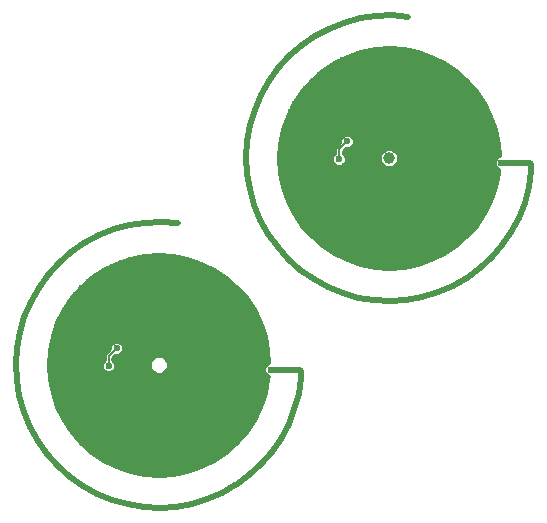
<source format=gbl>
G04 #@! TF.GenerationSoftware,KiCad,Pcbnew,5.0.2-bee76a0~70~ubuntu18.04.1*
G04 #@! TF.CreationDate,2019-09-04T02:04:56+02:00*
G04 #@! TF.ProjectId,upper_Sensor,75707065-725f-4536-956e-736f722e6b69,rev?*
G04 #@! TF.SameCoordinates,Original*
G04 #@! TF.FileFunction,Copper,L2,Bot*
G04 #@! TF.FilePolarity,Positive*
%FSLAX46Y46*%
G04 Gerber Fmt 4.6, Leading zero omitted, Abs format (unit mm)*
G04 Created by KiCad (PCBNEW 5.0.2-bee76a0~70~ubuntu18.04.1) date Mi 04 Sep 2019 02:04:56 CEST*
%MOMM*%
%LPD*%
G01*
G04 APERTURE LIST*
G04 #@! TA.AperFunction,WasherPad*
%ADD10C,1.000000*%
G04 #@! TD*
G04 #@! TA.AperFunction,ViaPad*
%ADD11C,0.600000*%
G04 #@! TD*
G04 #@! TA.AperFunction,Conductor*
%ADD12C,0.130000*%
G04 #@! TD*
G04 #@! TA.AperFunction,Conductor*
%ADD13C,0.500000*%
G04 #@! TD*
G04 #@! TA.AperFunction,Conductor*
%ADD14C,0.254000*%
G04 #@! TD*
G04 #@! TA.AperFunction,NonConductor*
%ADD15C,0.254000*%
G04 #@! TD*
G04 APERTURE END LIST*
D10*
G04 #@! TO.P,REF\002A\002A,*
G04 #@! TO.N,*
X129500000Y-62500000D03*
G04 #@! TD*
D11*
G04 #@! TO.N,*
X106434456Y-78585544D03*
X105756705Y-80085010D03*
X120384824Y-61702526D03*
X125934456Y-61085544D03*
X125256705Y-62585010D03*
X131800000Y-61700000D03*
X134300000Y-63000000D03*
X125633044Y-54207289D03*
X136509303Y-56618495D03*
X135381506Y-69509305D03*
X135970026Y-68970025D03*
X123618496Y-55490698D03*
X124925002Y-54575873D03*
X126370516Y-53901818D03*
X127131808Y-71338215D03*
X127911121Y-71510984D03*
X125800000Y-63200000D03*
X130297474Y-53384822D03*
X127911119Y-53489014D03*
X138615178Y-61702524D03*
X120901817Y-59370518D03*
X133366955Y-54207287D03*
X122004763Y-57251779D03*
X134748224Y-69995240D03*
X136995239Y-67748223D03*
X136509305Y-68381505D03*
X134748222Y-55004762D03*
X135970024Y-56029975D03*
X128702526Y-71615174D03*
X138338219Y-64868193D03*
X134075000Y-70424131D03*
X133366957Y-70792715D03*
X129500000Y-71650000D03*
X137800000Y-63900000D03*
X120661783Y-60131808D03*
X120489014Y-60911121D03*
X125633047Y-70792710D03*
X126370519Y-71098181D03*
X136995237Y-57251777D03*
X135381504Y-55490696D03*
X132629484Y-71098186D03*
X122490697Y-56618497D03*
X121207288Y-58633046D03*
X138510989Y-64088880D03*
X124251781Y-69995236D03*
X122490700Y-68381503D03*
X137424130Y-67074999D03*
X131088881Y-71510990D03*
X138510987Y-60911119D03*
X123029976Y-56029977D03*
X121575872Y-57925003D03*
X124925005Y-70424127D03*
X124251778Y-55004764D03*
X138200000Y-62200000D03*
X136400000Y-61300000D03*
X136400000Y-64300000D03*
X137000000Y-63900000D03*
X124420000Y-61590000D03*
X137700000Y-61100000D03*
X122004766Y-67748221D03*
X121207291Y-66366955D03*
X123029979Y-68970023D03*
X124160000Y-62740000D03*
X137424128Y-57925001D03*
X131088880Y-53489012D03*
X132629483Y-53901816D03*
X137792714Y-66366956D03*
X138098185Y-65629483D03*
X138338217Y-60131806D03*
X127131806Y-53661784D03*
X128702524Y-53384823D03*
X129499999Y-53350004D03*
X121575875Y-67074997D03*
X120901820Y-65629483D03*
X134074998Y-54575871D03*
X131868193Y-53661782D03*
X123618499Y-69509302D03*
X127200000Y-61200000D03*
X130297475Y-71615181D03*
X131868194Y-71338220D03*
X138098183Y-59370516D03*
X137792712Y-58633044D03*
X138991760Y-62903700D03*
X134074998Y-54575871D03*
G04 #@! TO.N,GNDD*
X110797475Y-89115181D03*
X111588881Y-89010990D03*
X112368194Y-88838220D03*
X113129484Y-88598186D03*
X115248224Y-87495240D03*
X115881506Y-87009305D03*
X116470026Y-86470025D03*
X114575000Y-87924131D03*
X113866957Y-88292715D03*
X117924130Y-84574999D03*
X118292714Y-83866956D03*
X118598185Y-83129483D03*
X117495239Y-85248223D03*
X117009305Y-85881505D03*
X118598183Y-76870516D03*
X118292712Y-76133044D03*
X117924128Y-75425001D03*
X118838217Y-77631806D03*
X119010987Y-78411119D03*
X117495237Y-74751777D03*
X115881504Y-72990696D03*
X115248222Y-72504762D03*
X116470024Y-73529975D03*
X117009303Y-74118495D03*
X114574998Y-72075871D03*
X112368193Y-71161782D03*
X111588880Y-70989012D03*
X113129483Y-71401816D03*
X113866955Y-71707287D03*
X110797474Y-70884822D03*
X108411119Y-70989014D03*
X107631806Y-71161784D03*
X109202524Y-70884823D03*
X109999999Y-70850004D03*
X106870516Y-71401818D03*
X104751778Y-72504764D03*
X104118496Y-72990698D03*
X105425002Y-72075873D03*
X106133044Y-71707289D03*
X102504763Y-74751779D03*
X103529976Y-73529977D03*
X102075872Y-75425003D03*
X102990697Y-74118497D03*
X101707288Y-76133046D03*
X102075875Y-84574997D03*
X101401820Y-83129483D03*
X102504766Y-85248221D03*
X101707291Y-83866955D03*
X102990700Y-85881503D03*
X104751781Y-87495236D03*
X103529979Y-86470023D03*
X105425005Y-87924127D03*
X104118499Y-87009302D03*
X106133047Y-88292710D03*
X106870519Y-88598181D03*
X107631808Y-88838215D03*
X108411121Y-89010984D03*
X109202526Y-89115174D03*
X118838219Y-82368193D03*
X119010989Y-81588880D03*
X119115178Y-79202524D03*
X101401817Y-76870518D03*
X101161783Y-77631808D03*
X100989014Y-78411121D03*
X100884824Y-79202526D03*
X110000000Y-89150000D03*
X118300000Y-81400000D03*
X118200000Y-78600000D03*
X112300000Y-79200000D03*
X114800000Y-80500000D03*
X106300000Y-80700000D03*
X107700000Y-78700000D03*
X116900000Y-78800000D03*
X117500000Y-81400000D03*
X118700000Y-79700000D03*
X116900000Y-81800000D03*
X104660000Y-80240000D03*
X104920000Y-79090000D03*
G04 #@! TO.N,RF_ANT*
X119491760Y-80403700D03*
G04 #@! TD*
D12*
G04 #@! TO.N,*
X105756705Y-79660746D02*
X105756705Y-80085010D01*
X105756705Y-79263295D02*
X105756705Y-79660746D01*
X106434456Y-78585544D02*
X105756705Y-79263295D01*
X125256705Y-61763295D02*
X125256705Y-62160746D01*
X125934456Y-61085544D02*
X125256705Y-61763295D01*
X125256705Y-62160746D02*
X125256705Y-62585010D01*
D13*
X124309975Y-73415264D02*
X123110272Y-72759177D01*
X120970503Y-71063120D02*
X120057846Y-70044871D01*
X129729084Y-50415842D02*
X131092570Y-50519054D01*
X119330949Y-55967789D02*
X120133873Y-54860954D01*
X140985263Y-66264049D02*
X140486591Y-67537275D01*
X138181263Y-70909222D02*
X137175836Y-71835999D01*
X139847301Y-68746015D02*
X139075560Y-69874821D01*
X125576115Y-73931644D02*
X124309975Y-73415264D01*
X128242229Y-74520705D02*
X126892489Y-74301704D01*
X141400000Y-62900000D02*
X141555115Y-63055116D01*
X132318137Y-74253189D02*
X130972529Y-74496291D01*
X134884387Y-73320709D02*
X133627680Y-73859649D01*
X118124197Y-58417052D02*
X118658188Y-57158234D01*
X140486591Y-67537275D02*
X139847301Y-68746015D01*
X125690786Y-51029636D02*
X127010802Y-50672774D01*
X118658188Y-57158234D02*
X119330949Y-55967789D01*
X118083879Y-66468821D02*
X117708647Y-65153933D01*
X117484335Y-63805055D02*
X117413822Y-62439489D01*
X139075560Y-69874821D02*
X138181263Y-70909222D01*
X120133873Y-54860954D02*
X121056681Y-53851893D01*
X127010802Y-50672774D02*
X128362664Y-50467302D01*
X121056681Y-53851893D02*
X122087558Y-52953531D01*
X124419532Y-51533312D02*
X125690786Y-51029636D01*
X123213310Y-52177359D02*
X124419532Y-51533312D01*
X141537079Y-63589981D02*
X141336925Y-64942645D01*
X141336925Y-64942645D02*
X140985263Y-66264049D01*
X117498006Y-61074696D02*
X117735812Y-59728138D01*
X137175836Y-71835999D02*
X136072173Y-72643268D01*
X120057846Y-70044871D02*
X119266049Y-68930055D01*
X117708647Y-65153933D02*
X117484335Y-63805055D01*
X117413822Y-62439489D02*
X117498006Y-61074696D01*
X126892489Y-74301704D02*
X125576115Y-73931644D01*
X138990000Y-62900000D02*
X141400000Y-62900000D01*
X122087558Y-52953531D02*
X123213310Y-52177359D01*
X133627680Y-73859649D02*
X132318137Y-74253189D01*
X118605241Y-67732933D02*
X118083879Y-66468821D01*
X135962108Y-72706043D02*
X134884387Y-73320709D01*
X119266049Y-68930055D02*
X118605241Y-67732933D01*
X141555115Y-63055116D02*
X141537079Y-63589981D01*
X123110272Y-72759177D02*
X121992339Y-71971767D01*
X117735812Y-59728138D02*
X118124197Y-58417052D01*
X121992339Y-71971767D02*
X120970503Y-71063120D01*
X136072173Y-72643268D02*
X135962108Y-72706043D01*
X130972529Y-74496291D02*
X129608076Y-74585845D01*
X128362664Y-50467302D02*
X129729084Y-50415842D01*
X129608076Y-74585845D02*
X128242229Y-74520705D01*
G04 #@! TO.N,RF_ANT*
X107510802Y-68172774D02*
X108862664Y-67967302D01*
X104919532Y-69033312D02*
X106190786Y-68529636D01*
X103713310Y-69677359D02*
X104919532Y-69033312D01*
X101556681Y-71351893D02*
X102587558Y-70453531D01*
X100633873Y-72360954D02*
X101556681Y-71351893D01*
X99830949Y-73467789D02*
X100633873Y-72360954D01*
X121485263Y-83764049D02*
X120986591Y-85037275D01*
X106190786Y-68529636D02*
X107510802Y-68172774D01*
X116572173Y-90143268D02*
X116462108Y-90206043D01*
X118681263Y-88409222D02*
X117675836Y-89335999D01*
X120347301Y-86246015D02*
X119575560Y-87374821D01*
X115384387Y-90820709D02*
X114127680Y-91359649D01*
X103610272Y-90259177D02*
X102492339Y-89471767D01*
X108862664Y-67967302D02*
X110229084Y-67915842D01*
X107392489Y-91801704D02*
X106076115Y-91431644D01*
X119490000Y-80400000D02*
X121900000Y-80400000D01*
X99105241Y-85232933D02*
X98583879Y-83968821D01*
X116462108Y-90206043D02*
X115384387Y-90820709D01*
X110108076Y-92085845D02*
X108742229Y-92020705D01*
X121836925Y-82442645D02*
X121485263Y-83764049D01*
X97998006Y-78574696D02*
X98235812Y-77228138D01*
X117675836Y-89335999D02*
X116572173Y-90143268D01*
X98624197Y-75917052D02*
X99158188Y-74658234D01*
X120986591Y-85037275D02*
X120347301Y-86246015D01*
X99766049Y-86430055D02*
X99105241Y-85232933D01*
X112818137Y-91753189D02*
X111472529Y-91996291D01*
X122055115Y-80555116D02*
X122037079Y-81089981D01*
X111472529Y-91996291D02*
X110108076Y-92085845D01*
X106076115Y-91431644D02*
X104809975Y-90915264D01*
X108742229Y-92020705D02*
X107392489Y-91801704D01*
X119575560Y-87374821D02*
X118681263Y-88409222D01*
X104809975Y-90915264D02*
X103610272Y-90259177D01*
X101470503Y-88563120D02*
X100557846Y-87544871D01*
X110229084Y-67915842D02*
X111592570Y-68019054D01*
X98235812Y-77228138D02*
X98624197Y-75917052D01*
X102492339Y-89471767D02*
X101470503Y-88563120D01*
X121900000Y-80400000D02*
X122055115Y-80555116D01*
X122037079Y-81089981D02*
X121836925Y-82442645D01*
X100557846Y-87544871D02*
X99766049Y-86430055D01*
X98208647Y-82653933D02*
X97984335Y-81305055D01*
X98583879Y-83968821D02*
X98208647Y-82653933D01*
X97984335Y-81305055D02*
X97913822Y-79939489D01*
X97913822Y-79939489D02*
X97998006Y-78574696D01*
X102587558Y-70453531D02*
X103713310Y-69677359D01*
X114127680Y-91359649D02*
X112818137Y-91753189D01*
X99158188Y-74658234D02*
X99830949Y-73467789D01*
G04 #@! TD*
D14*
G04 #@! TO.N,GNDD*
G36*
X111223385Y-70707457D02*
X112425842Y-70946641D01*
X113586785Y-71340728D01*
X114686365Y-71882981D01*
X115705754Y-72564114D01*
X116627519Y-73372481D01*
X117435886Y-74294246D01*
X118117019Y-75313635D01*
X118659272Y-76413215D01*
X119053359Y-77574158D01*
X119292543Y-78776615D01*
X119363163Y-79854074D01*
X119176245Y-79931498D01*
X119019558Y-80088185D01*
X118934760Y-80292906D01*
X118934760Y-80514494D01*
X119019558Y-80719215D01*
X119176245Y-80875902D01*
X119311642Y-80931985D01*
X119292543Y-81223385D01*
X119053359Y-82425842D01*
X118659272Y-83586785D01*
X118117019Y-84686365D01*
X117435886Y-85705754D01*
X116627519Y-86627519D01*
X115705754Y-87435886D01*
X114686365Y-88117019D01*
X113586785Y-88659272D01*
X112425842Y-89053359D01*
X111223385Y-89292543D01*
X110000000Y-89372728D01*
X108776615Y-89292543D01*
X107574158Y-89053359D01*
X106413215Y-88659272D01*
X105313635Y-88117019D01*
X104294246Y-87435886D01*
X103372481Y-86627519D01*
X102564114Y-85705754D01*
X101882981Y-84686365D01*
X101340728Y-83586785D01*
X100946641Y-82425842D01*
X100707457Y-81223385D01*
X100627272Y-80000000D01*
X100628961Y-79974216D01*
X105199705Y-79974216D01*
X105199705Y-80195804D01*
X105284503Y-80400525D01*
X105441190Y-80557212D01*
X105645911Y-80642010D01*
X105867499Y-80642010D01*
X106072220Y-80557212D01*
X106228907Y-80400525D01*
X106313705Y-80195804D01*
X106313705Y-79974216D01*
X106262015Y-79849423D01*
X109243000Y-79849423D01*
X109243000Y-80150577D01*
X109358246Y-80428806D01*
X109571194Y-80641754D01*
X109849423Y-80757000D01*
X110150577Y-80757000D01*
X110428806Y-80641754D01*
X110641754Y-80428806D01*
X110757000Y-80150577D01*
X110757000Y-79849423D01*
X110641754Y-79571194D01*
X110428806Y-79358246D01*
X110150577Y-79243000D01*
X109849423Y-79243000D01*
X109571194Y-79358246D01*
X109358246Y-79571194D01*
X109243000Y-79849423D01*
X106262015Y-79849423D01*
X106228907Y-79769495D01*
X106078705Y-79619293D01*
X106078705Y-79396671D01*
X106332833Y-79142544D01*
X106545250Y-79142544D01*
X106749971Y-79057746D01*
X106906658Y-78901059D01*
X106991456Y-78696338D01*
X106991456Y-78474750D01*
X106906658Y-78270029D01*
X106749971Y-78113342D01*
X106545250Y-78028544D01*
X106323662Y-78028544D01*
X106118941Y-78113342D01*
X105962254Y-78270029D01*
X105877456Y-78474750D01*
X105877456Y-78687167D01*
X105551443Y-79013180D01*
X105524556Y-79031146D01*
X105453388Y-79137658D01*
X105441033Y-79199773D01*
X105428397Y-79263295D01*
X105434705Y-79295006D01*
X105434705Y-79619293D01*
X105284503Y-79769495D01*
X105199705Y-79974216D01*
X100628961Y-79974216D01*
X100707457Y-78776615D01*
X100946641Y-77574158D01*
X101340728Y-76413215D01*
X101882981Y-75313635D01*
X102564114Y-74294246D01*
X103372481Y-73372481D01*
X104294246Y-72564114D01*
X105313635Y-71882981D01*
X106413215Y-71340728D01*
X107574158Y-70946641D01*
X108776615Y-70707457D01*
X110000000Y-70627272D01*
X111223385Y-70707457D01*
X111223385Y-70707457D01*
G37*
X111223385Y-70707457D02*
X112425842Y-70946641D01*
X113586785Y-71340728D01*
X114686365Y-71882981D01*
X115705754Y-72564114D01*
X116627519Y-73372481D01*
X117435886Y-74294246D01*
X118117019Y-75313635D01*
X118659272Y-76413215D01*
X119053359Y-77574158D01*
X119292543Y-78776615D01*
X119363163Y-79854074D01*
X119176245Y-79931498D01*
X119019558Y-80088185D01*
X118934760Y-80292906D01*
X118934760Y-80514494D01*
X119019558Y-80719215D01*
X119176245Y-80875902D01*
X119311642Y-80931985D01*
X119292543Y-81223385D01*
X119053359Y-82425842D01*
X118659272Y-83586785D01*
X118117019Y-84686365D01*
X117435886Y-85705754D01*
X116627519Y-86627519D01*
X115705754Y-87435886D01*
X114686365Y-88117019D01*
X113586785Y-88659272D01*
X112425842Y-89053359D01*
X111223385Y-89292543D01*
X110000000Y-89372728D01*
X108776615Y-89292543D01*
X107574158Y-89053359D01*
X106413215Y-88659272D01*
X105313635Y-88117019D01*
X104294246Y-87435886D01*
X103372481Y-86627519D01*
X102564114Y-85705754D01*
X101882981Y-84686365D01*
X101340728Y-83586785D01*
X100946641Y-82425842D01*
X100707457Y-81223385D01*
X100627272Y-80000000D01*
X100628961Y-79974216D01*
X105199705Y-79974216D01*
X105199705Y-80195804D01*
X105284503Y-80400525D01*
X105441190Y-80557212D01*
X105645911Y-80642010D01*
X105867499Y-80642010D01*
X106072220Y-80557212D01*
X106228907Y-80400525D01*
X106313705Y-80195804D01*
X106313705Y-79974216D01*
X106262015Y-79849423D01*
X109243000Y-79849423D01*
X109243000Y-80150577D01*
X109358246Y-80428806D01*
X109571194Y-80641754D01*
X109849423Y-80757000D01*
X110150577Y-80757000D01*
X110428806Y-80641754D01*
X110641754Y-80428806D01*
X110757000Y-80150577D01*
X110757000Y-79849423D01*
X110641754Y-79571194D01*
X110428806Y-79358246D01*
X110150577Y-79243000D01*
X109849423Y-79243000D01*
X109571194Y-79358246D01*
X109358246Y-79571194D01*
X109243000Y-79849423D01*
X106262015Y-79849423D01*
X106228907Y-79769495D01*
X106078705Y-79619293D01*
X106078705Y-79396671D01*
X106332833Y-79142544D01*
X106545250Y-79142544D01*
X106749971Y-79057746D01*
X106906658Y-78901059D01*
X106991456Y-78696338D01*
X106991456Y-78474750D01*
X106906658Y-78270029D01*
X106749971Y-78113342D01*
X106545250Y-78028544D01*
X106323662Y-78028544D01*
X106118941Y-78113342D01*
X105962254Y-78270029D01*
X105877456Y-78474750D01*
X105877456Y-78687167D01*
X105551443Y-79013180D01*
X105524556Y-79031146D01*
X105453388Y-79137658D01*
X105441033Y-79199773D01*
X105428397Y-79263295D01*
X105434705Y-79295006D01*
X105434705Y-79619293D01*
X105284503Y-79769495D01*
X105199705Y-79974216D01*
X100628961Y-79974216D01*
X100707457Y-78776615D01*
X100946641Y-77574158D01*
X101340728Y-76413215D01*
X101882981Y-75313635D01*
X102564114Y-74294246D01*
X103372481Y-73372481D01*
X104294246Y-72564114D01*
X105313635Y-71882981D01*
X106413215Y-71340728D01*
X107574158Y-70946641D01*
X108776615Y-70707457D01*
X110000000Y-70627272D01*
X111223385Y-70707457D01*
D15*
G36*
X130723385Y-53207457D02*
X131925842Y-53446641D01*
X133086785Y-53840728D01*
X134186365Y-54382981D01*
X135205754Y-55064114D01*
X136127519Y-55872481D01*
X136935886Y-56794246D01*
X137617019Y-57813635D01*
X138159272Y-58913215D01*
X138553359Y-60074158D01*
X138792543Y-61276615D01*
X138863163Y-62354074D01*
X138676245Y-62431498D01*
X138519558Y-62588185D01*
X138434760Y-62792906D01*
X138434760Y-63014494D01*
X138519558Y-63219215D01*
X138676245Y-63375902D01*
X138811642Y-63431985D01*
X138792543Y-63723385D01*
X138553359Y-64925842D01*
X138159272Y-66086785D01*
X137617019Y-67186365D01*
X136935886Y-68205754D01*
X136127519Y-69127519D01*
X135205754Y-69935886D01*
X134186365Y-70617019D01*
X133086785Y-71159272D01*
X131925842Y-71553359D01*
X130723385Y-71792543D01*
X129500000Y-71872728D01*
X128276615Y-71792543D01*
X127074158Y-71553359D01*
X125913215Y-71159272D01*
X124813635Y-70617019D01*
X123794246Y-69935886D01*
X122872481Y-69127519D01*
X122064114Y-68205754D01*
X121382981Y-67186365D01*
X120840728Y-66086785D01*
X120446641Y-64925842D01*
X120207457Y-63723385D01*
X120127272Y-62500000D01*
X120128961Y-62474216D01*
X124699705Y-62474216D01*
X124699705Y-62695804D01*
X124784503Y-62900525D01*
X124941190Y-63057212D01*
X125145911Y-63142010D01*
X125367499Y-63142010D01*
X125572220Y-63057212D01*
X125728907Y-62900525D01*
X125813705Y-62695804D01*
X125813705Y-62474216D01*
X125762015Y-62349423D01*
X128743000Y-62349423D01*
X128743000Y-62650577D01*
X128858246Y-62928806D01*
X129071194Y-63141754D01*
X129349423Y-63257000D01*
X129650577Y-63257000D01*
X129928806Y-63141754D01*
X130141754Y-62928806D01*
X130257000Y-62650577D01*
X130257000Y-62349423D01*
X130141754Y-62071194D01*
X129928806Y-61858246D01*
X129650577Y-61743000D01*
X129349423Y-61743000D01*
X129071194Y-61858246D01*
X128858246Y-62071194D01*
X128743000Y-62349423D01*
X125762015Y-62349423D01*
X125728907Y-62269495D01*
X125578705Y-62119293D01*
X125578705Y-61896671D01*
X125832833Y-61642544D01*
X126045250Y-61642544D01*
X126249971Y-61557746D01*
X126406658Y-61401059D01*
X126491456Y-61196338D01*
X126491456Y-60974750D01*
X126406658Y-60770029D01*
X126249971Y-60613342D01*
X126045250Y-60528544D01*
X125823662Y-60528544D01*
X125618941Y-60613342D01*
X125462254Y-60770029D01*
X125377456Y-60974750D01*
X125377456Y-61187167D01*
X125051443Y-61513180D01*
X125024556Y-61531146D01*
X124953388Y-61637658D01*
X124941033Y-61699773D01*
X124928397Y-61763295D01*
X124934705Y-61795006D01*
X124934705Y-62119293D01*
X124784503Y-62269495D01*
X124699705Y-62474216D01*
X120128961Y-62474216D01*
X120207457Y-61276615D01*
X120446641Y-60074158D01*
X120840728Y-58913215D01*
X121382981Y-57813635D01*
X122064114Y-56794246D01*
X122872481Y-55872481D01*
X123794246Y-55064114D01*
X124813635Y-54382981D01*
X125913215Y-53840728D01*
X127074158Y-53446641D01*
X128276615Y-53207457D01*
X129500000Y-53127272D01*
X130723385Y-53207457D01*
X130723385Y-53207457D01*
G37*
X130723385Y-53207457D02*
X131925842Y-53446641D01*
X133086785Y-53840728D01*
X134186365Y-54382981D01*
X135205754Y-55064114D01*
X136127519Y-55872481D01*
X136935886Y-56794246D01*
X137617019Y-57813635D01*
X138159272Y-58913215D01*
X138553359Y-60074158D01*
X138792543Y-61276615D01*
X138863163Y-62354074D01*
X138676245Y-62431498D01*
X138519558Y-62588185D01*
X138434760Y-62792906D01*
X138434760Y-63014494D01*
X138519558Y-63219215D01*
X138676245Y-63375902D01*
X138811642Y-63431985D01*
X138792543Y-63723385D01*
X138553359Y-64925842D01*
X138159272Y-66086785D01*
X137617019Y-67186365D01*
X136935886Y-68205754D01*
X136127519Y-69127519D01*
X135205754Y-69935886D01*
X134186365Y-70617019D01*
X133086785Y-71159272D01*
X131925842Y-71553359D01*
X130723385Y-71792543D01*
X129500000Y-71872728D01*
X128276615Y-71792543D01*
X127074158Y-71553359D01*
X125913215Y-71159272D01*
X124813635Y-70617019D01*
X123794246Y-69935886D01*
X122872481Y-69127519D01*
X122064114Y-68205754D01*
X121382981Y-67186365D01*
X120840728Y-66086785D01*
X120446641Y-64925842D01*
X120207457Y-63723385D01*
X120127272Y-62500000D01*
X120128961Y-62474216D01*
X124699705Y-62474216D01*
X124699705Y-62695804D01*
X124784503Y-62900525D01*
X124941190Y-63057212D01*
X125145911Y-63142010D01*
X125367499Y-63142010D01*
X125572220Y-63057212D01*
X125728907Y-62900525D01*
X125813705Y-62695804D01*
X125813705Y-62474216D01*
X125762015Y-62349423D01*
X128743000Y-62349423D01*
X128743000Y-62650577D01*
X128858246Y-62928806D01*
X129071194Y-63141754D01*
X129349423Y-63257000D01*
X129650577Y-63257000D01*
X129928806Y-63141754D01*
X130141754Y-62928806D01*
X130257000Y-62650577D01*
X130257000Y-62349423D01*
X130141754Y-62071194D01*
X129928806Y-61858246D01*
X129650577Y-61743000D01*
X129349423Y-61743000D01*
X129071194Y-61858246D01*
X128858246Y-62071194D01*
X128743000Y-62349423D01*
X125762015Y-62349423D01*
X125728907Y-62269495D01*
X125578705Y-62119293D01*
X125578705Y-61896671D01*
X125832833Y-61642544D01*
X126045250Y-61642544D01*
X126249971Y-61557746D01*
X126406658Y-61401059D01*
X126491456Y-61196338D01*
X126491456Y-60974750D01*
X126406658Y-60770029D01*
X126249971Y-60613342D01*
X126045250Y-60528544D01*
X125823662Y-60528544D01*
X125618941Y-60613342D01*
X125462254Y-60770029D01*
X125377456Y-60974750D01*
X125377456Y-61187167D01*
X125051443Y-61513180D01*
X125024556Y-61531146D01*
X124953388Y-61637658D01*
X124941033Y-61699773D01*
X124928397Y-61763295D01*
X124934705Y-61795006D01*
X124934705Y-62119293D01*
X124784503Y-62269495D01*
X124699705Y-62474216D01*
X120128961Y-62474216D01*
X120207457Y-61276615D01*
X120446641Y-60074158D01*
X120840728Y-58913215D01*
X121382981Y-57813635D01*
X122064114Y-56794246D01*
X122872481Y-55872481D01*
X123794246Y-55064114D01*
X124813635Y-54382981D01*
X125913215Y-53840728D01*
X127074158Y-53446641D01*
X128276615Y-53207457D01*
X129500000Y-53127272D01*
X130723385Y-53207457D01*
G04 #@! TD*
M02*

</source>
